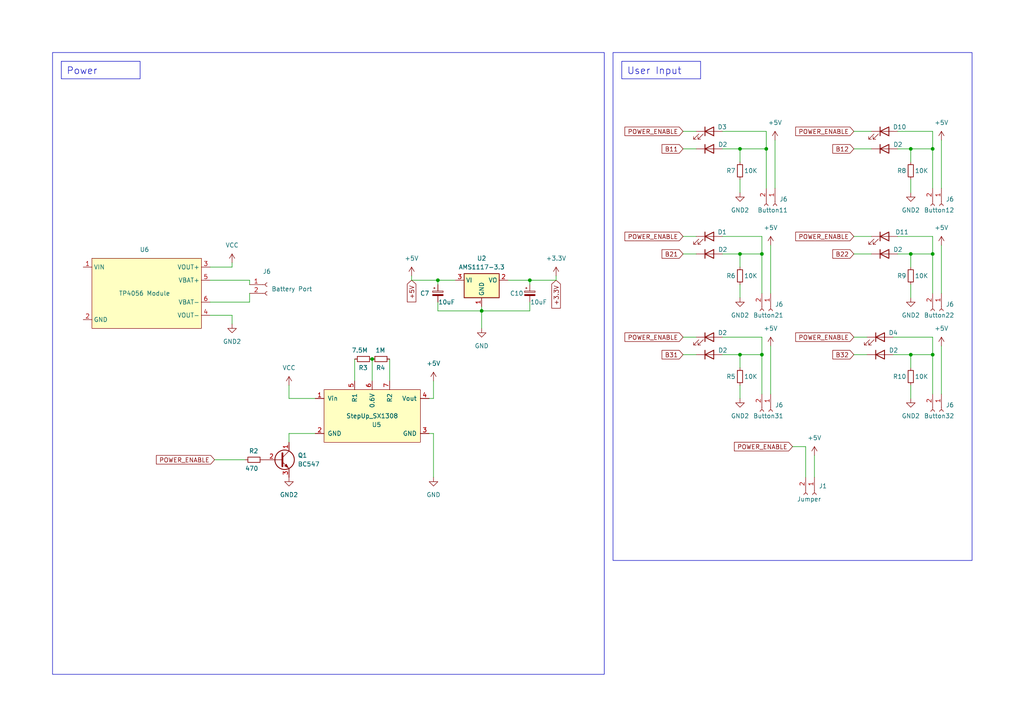
<source format=kicad_sch>
(kicad_sch (version 20230121) (generator eeschema)
  (paper "A4")
  (title_block (title "Power Management for Garage Remote") (date "2023-08-14") (rev "1.0.0") (company "Pablo Ortiz López") (comment 1 "Rechargeable, Li-Po battery based PSU with 2µA quiescient current") (comment 2 "ortizma.com"))
  (lib_symbols
    (symbol "00_Symbols:StepUp_SX1308" (pin_names (offset 1.016))
      (property "Reference" "U" (at 3.81 -7.62 0))
      (property "Value" "StepUp SX1308" (at 6.35 -5.08 0))
      (symbol "StepUp_SX1308_1_1"
        (rectangle (start -7.62 2.54) (end 20.32 -12.7) (fill (type background)))
        (pin power_in line (at -10.16 0 0) (length 2.54) (name "Vin") (number "1"))
        (pin power_in line (at -10.16 -10.16 0) (length 2.54) (name "GND") (number "2"))
        (pin power_in line (at 22.86 -10.16 180) (length 2.54) (name "GND") (number "3"))
        (pin power_out line (at 22.86 0 180) (length 2.54) (name "Vout") (number "4"))
        (pin output line (at 1.27 5.08 270) (length 2.54) (name "R1") (number "5"))
        (pin input line (at 6.35 5.08 270) (length 2.54) (name "0.6V") (number "6"))
        (pin output line (at 11.43 5.08 270) (length 2.54) (name "R2") (number "7"))
      )
    )
    (symbol "00_Symbols:TP4056_Module"
      (property "Reference" "U" (at -2.54 -1.27 0))
      (property "Value" "TP4056 Module" (at 0 -12.7 0))
      (symbol "TP4056_Module_1_1"
        (rectangle (start -15.24 -2.54) (end 16.51 -22.86) (fill (type background)))
        (pin input line (at -17.78 -5.08 0) (length 2.54) (name "VIN") (number "1"))
        (pin input line (at -17.78 -20.32 0) (length 2.54) (name "GND") (number "2"))
        (pin output line (at 19.05 -5.08 180) (length 2.54) (name "VOUT+") (number "3"))
        (pin output line (at 19.05 -19.05 180) (length 2.54) (name "VOUT-") (number "4"))
        (pin output line (at 19.05 -8.89 180) (length 2.54) (name "VBAT+") (number "5"))
        (pin output line (at 19.05 -15.24 180) (length 2.54) (name "VBAT-") (number "6"))
      )
    )
    (symbol "Connector:Conn_01x02_Socket" (pin_names (offset 1.016) hide)
      (property "Reference" "J" (at 0 2.54 0))
      (property "Value" "Conn_01x02_Socket" (at 0 -5.08 0))
      (symbol "Conn_01x02_Socket_1_1"
        (arc (start 0 -2.032) (mid -0.5058 -2.54) (end 0 -3.048) (stroke (width 0.1524)))
        (polyline (pts (xy -1.27 -2.54) (xy -0.508 -2.54)) (stroke (width 0.1524)))
        (polyline (pts (xy -1.27 0) (xy -0.508 0)) (stroke (width 0.1524)))
        (arc (start 0 0.508) (mid -0.5058 0) (end 0 -0.508) (stroke (width 0.1524)))
        (pin passive line (at -5.08 0 0) (length 3.81) (name "Pin_1") (number "1"))
        (pin passive line (at -5.08 -2.54 0) (length 3.81) (name "Pin_2") (number "2"))
      )
    )
    (symbol "Device:C_Polarized_Small" (pin_numbers hide) (pin_names (offset 0.254) hide)
      (property "Reference" "C" (at 0.254 1.778 0))
      (property "Value" "C_Polarized_Small" (at 0.254 -2.032 0))
      (symbol "C_Polarized_Small_0_1"
        (rectangle (start -1.524 -0.3048) (end 1.524 -0.6858) (fill (type outline)))
        (rectangle (start -1.524 0.6858) (end 1.524 0.3048))
        (polyline (pts (xy -1.27 1.524) (xy -0.762 1.524)))
        (polyline (pts (xy -1.016 1.27) (xy -1.016 1.778)))
      )
      (symbol "C_Polarized_Small_1_1"
        (pin passive line (at 0 2.54 270) (length 1.8542) (name "~") (number "1"))
        (pin passive line (at 0 -2.54 90) (length 1.8542) (name "~") (number "2"))
      )
    )
    (symbol "Device:LED" (pin_numbers hide) (pin_names (offset 1.016) hide)
      (property "Reference" "D" (at 0 2.54 0))
      (property "Value" "LED" (at 0 -2.54 0))
      (symbol "LED_0_1"
        (polyline (pts (xy -1.27 -1.27) (xy -1.27 1.27)) (stroke (width 0.254)))
        (polyline (pts (xy -1.27 0) (xy 1.27 0)))
        (polyline (pts (xy 1.27 -1.27) (xy 1.27 1.27) (xy -1.27 0) (xy 1.27 -1.27)) (stroke (width 0.254)))
        (polyline (pts (xy -3.048 -0.762) (xy -4.572 -2.286) (xy -3.81 -2.286) (xy -4.572 -2.286) (xy -4.572 -1.524)))
        (polyline (pts (xy -1.778 -0.762) (xy -3.302 -2.286) (xy -2.54 -2.286) (xy -3.302 -2.286) (xy -3.302 -1.524)))
      )
      (symbol "LED_1_1"
        (pin passive line (at -3.81 0 0) (length 2.54) (name "K") (number "1"))
        (pin passive line (at 3.81 0 180) (length 2.54) (name "A") (number "2"))
      )
    )
    (symbol "Device:R_Small" (pin_numbers hide) (pin_names (offset 0.254) hide)
      (property "Reference" "R" (at 0.762 0.508 0))
      (property "Value" "R_Small" (at 0.762 -1.016 0))
      (symbol "R_Small_0_1"
        (rectangle (start -0.762 1.778) (end 0.762 -1.778) (stroke (width 0.2032)))
      )
      (symbol "R_Small_1_1"
        (pin passive line (at 0 2.54 270) (length 0.762) (name "~") (number "1"))
        (pin passive line (at 0 -2.54 90) (length 0.762) (name "~") (number "2"))
      )
    )
    (symbol "Diode:1N4001" (pin_numbers hide) (pin_names hide)
      (property "Reference" "D" (at 0 2.54 0))
      (property "Value" "1N4001" (at 0 -2.54 0))
      (symbol "1N4001_0_1"
        (polyline (pts (xy -1.27 1.27) (xy -1.27 -1.27)) (stroke (width 0.254)))
        (polyline (pts (xy 1.27 0) (xy -1.27 0)))
        (polyline (pts (xy 1.27 1.27) (xy 1.27 -1.27) (xy -1.27 0) (xy 1.27 1.27)) (stroke (width 0.254)))
      )
      (symbol "1N4001_1_1"
        (pin passive line (at -3.81 0 0) (length 2.54) (name "K") (number "1"))
        (pin passive line (at 3.81 0 180) (length 2.54) (name "A") (number "2"))
      )
    )
    (symbol "Regulator_Linear:AMS1117-3.3"
      (property "Reference" "U" (at -3.81 3.175 0))
      (property "Value" "AMS1117-3.3" (at 0 3.175 0))
      (symbol "AMS1117-3.3_0_1"
        (rectangle (start -5.08 -5.08) (end 5.08 1.905) (stroke (width 0.254)) (fill (type background)))
      )
      (symbol "AMS1117-3.3_1_1"
        (pin power_in line (at 0 -7.62 90) (length 2.54) (name "GND") (number "1"))
        (pin power_out line (at 7.62 0 180) (length 2.54) (name "VO") (number "2"))
        (pin power_in line (at -7.62 0 0) (length 2.54) (name "VI") (number "3"))
      )
    )
    (symbol "Transistor_BJT:BC547" (pin_names (offset 0) hide)
      (property "Reference" "Q" (at 5.08 1.905 0))
      (property "Value" "BC547" (at 5.08 0 0))
      (symbol "BC547_0_1"
        (polyline (pts (xy 0 0) (xy 0.635 0)))
        (polyline (pts (xy 0.635 0.635) (xy 2.54 2.54)))
        (polyline (pts (xy 0.635 -0.635) (xy 2.54 -2.54) (xy 2.54 -2.54)))
        (polyline (pts (xy 0.635 1.905) (xy 0.635 -1.905) (xy 0.635 -1.905)) (stroke (width 0.508)))
        (polyline (pts (xy 1.27 -1.778) (xy 1.778 -1.27) (xy 2.286 -2.286) (xy 1.27 -1.778) (xy 1.27 -1.778)) (fill (type outline)))
        (circle (center 1.27 0) (radius 2.8194) (stroke (width 0.254)))
      )
      (symbol "BC547_1_1"
        (pin passive line (at 2.54 5.08 270) (length 2.54) (name "C") (number "1"))
        (pin input line (at -5.08 0 0) (length 5.08) (name "B") (number "2"))
        (pin passive line (at 2.54 -5.08 90) (length 2.54) (name "E") (number "3"))
      )
    )
    (symbol "power:+3.3V" (power) (pin_names (offset 0))
      (property "Value" "+3.3V" (at 0 3.556 0))
      (symbol "+3.3V_0_1"
        (polyline (pts (xy -0.762 1.27) (xy 0 2.54)))
        (polyline (pts (xy 0 0) (xy 0 2.54)))
        (polyline (pts (xy 0 2.54) (xy 0.762 1.27)))
      )
      (symbol "+3.3V_1_1"
        (pin power_in line (at 0 0 90) (length 0) hide (name "+3.3V") (number "1"))
      )
    )
    (symbol "power:+5V" (power) (pin_names (offset 0))
      (property "Value" "+5V" (at 0 3.556 0))
      (symbol "+5V_0_1"
        (polyline (pts (xy -0.762 1.27) (xy 0 2.54)))
        (polyline (pts (xy 0 0) (xy 0 2.54)))
        (polyline (pts (xy 0 2.54) (xy 0.762 1.27)))
      )
      (symbol "+5V_1_1"
        (pin power_in line (at 0 0 90) (length 0) hide (name "+5V") (number "1"))
      )
    )
    (symbol "power:GND" (power) (pin_names (offset 0))
      (property "Value" "GND" (at 0 -3.81 0))
      (symbol "GND_0_1"
        (polyline (pts (xy 0 0) (xy 0 -1.27) (xy 1.27 -1.27) (xy 0 -2.54) (xy -1.27 -1.27) (xy 0 -1.27)))
      )
      (symbol "GND_1_1"
        (pin power_in line (at 0 0 270) (length 0) hide (name "GND") (number "1"))
      )
    )
    (symbol "power:GND2" (power) (pin_names (offset 0))
      (property "Value" "GND2" (at 0 -3.81 0))
      (symbol "GND2_0_1"
        (polyline (pts (xy 0 0) (xy 0 -1.27) (xy 1.27 -1.27) (xy 0 -2.54) (xy -1.27 -1.27) (xy 0 -1.27)))
      )
      (symbol "GND2_1_1"
        (pin power_in line (at 0 0 270) (length 0) hide (name "GND2") (number "1"))
      )
    )
    (symbol "power:VCC" (power) (pin_names (offset 0))
      (property "Value" "VCC" (at 0 3.81 0))
      (symbol "VCC_0_1"
        (polyline (pts (xy -0.762 1.27) (xy 0 2.54)))
        (polyline (pts (xy 0 0) (xy 0 2.54)))
        (polyline (pts (xy 0 2.54) (xy 0.762 1.27)))
      )
      (symbol "VCC_1_1"
        (pin power_in line (at 0 0 90) (length 0) hide (name "VCC") (number "1"))
      )
    )
  )
  (junction (at 264.16 73.66))
  (junction (at 270.51 43.18))
  (junction (at 107.95 104.14))
  (junction (at 222.25 43.18))
  (junction (at 264.16 43.18))
  (junction (at 214.63 73.66))
  (junction (at 153.67 81.28))
  (junction (at 270.51 73.66))
  (junction (at 127 81.28))
  (junction (at 139.7 90.17))
  (junction (at 214.63 102.87))
  (junction (at 270.51 102.87))
  (junction (at 220.98 73.66))
  (junction (at 220.98 102.87))
  (junction (at 214.63 43.18))
  (junction (at 264.16 102.87))
  (wire (pts (xy 233.68 129.54) (xy 233.68 138.43)))
  (wire (pts (xy 214.63 43.18) (xy 222.25 43.18)))
  (wire (pts (xy 198.12 68.58) (xy 201.93 68.58)))
  (wire (pts (xy 273.05 100.33) (xy 273.05 114.3)))
  (wire (pts (xy 214.63 73.66) (xy 214.63 77.47)))
  (wire (pts (xy 209.55 43.18) (xy 214.63 43.18)))
  (wire (pts (xy 223.52 71.12) (xy 223.52 85.09)))
  (wire (pts (xy 72.39 87.63) (xy 72.39 85.09)))
  (wire (pts (xy 91.44 115.57) (xy 83.82 115.57)))
  (wire (pts (xy 270.51 97.79) (xy 259.08 97.79)))
  (wire (pts (xy 260.35 73.66) (xy 264.16 73.66)))
  (wire (pts (xy 214.63 102.87) (xy 220.98 102.87)))
  (wire (pts (xy 83.82 125.73) (xy 91.44 125.73)))
  (wire (pts (xy 153.67 81.28) (xy 147.32 81.28)))
  (wire (pts (xy 67.31 91.44) (xy 67.31 93.98)))
  (wire (pts (xy 247.65 38.1) (xy 252.73 38.1)))
  (wire (pts (xy 247.65 73.66) (xy 252.73 73.66)))
  (wire (pts (xy 209.55 102.87) (xy 214.63 102.87)))
  (wire (pts (xy 264.16 43.18) (xy 264.16 46.99)))
  (wire (pts (xy 102.87 104.14) (xy 102.87 110.49)))
  (wire (pts (xy 161.29 81.28) (xy 153.67 81.28)))
  (wire (pts (xy 247.65 43.18) (xy 252.73 43.18)))
  (wire (pts (xy 119.38 81.28) (xy 127 81.28)))
  (wire (pts (xy 223.52 100.33) (xy 223.52 114.3)))
  (wire (pts (xy 220.98 102.87) (xy 220.98 114.3)))
  (wire (pts (xy 220.98 97.79) (xy 209.55 97.79)))
  (wire (pts (xy 214.63 52.07) (xy 214.63 55.88)))
  (wire (pts (xy 127 81.28) (xy 132.08 81.28)))
  (wire (pts (xy 259.08 102.87) (xy 264.16 102.87)))
  (wire (pts (xy 198.12 97.79) (xy 201.93 97.79)))
  (wire (pts (xy 198.12 73.66) (xy 201.93 73.66)))
  (wire (pts (xy 127 87.63) (xy 127 90.17)))
  (wire (pts (xy 264.16 102.87) (xy 264.16 106.68)))
  (wire (pts (xy 273.05 71.12) (xy 273.05 85.09)))
  (wire (pts (xy 125.73 115.57) (xy 124.46 115.57)))
  (wire (pts (xy 270.51 97.79) (xy 270.51 102.87)))
  (wire (pts (xy 125.73 125.73) (xy 125.73 138.43)))
  (wire (pts (xy 214.63 102.87) (xy 214.63 106.68)))
  (wire (pts (xy 153.67 82.55) (xy 153.67 81.28)))
  (wire (pts (xy 161.29 80.01) (xy 161.29 81.28)))
  (wire (pts (xy 224.79 40.64) (xy 224.79 54.61)))
  (wire (pts (xy 222.25 38.1) (xy 209.55 38.1)))
  (wire (pts (xy 127 90.17) (xy 139.7 90.17)))
  (wire (pts (xy 220.98 68.58) (xy 209.55 68.58)))
  (wire (pts (xy 264.16 43.18) (xy 270.51 43.18)))
  (wire (pts (xy 209.55 73.66) (xy 214.63 73.66)))
  (wire (pts (xy 107.95 104.14) (xy 107.95 110.49)))
  (wire (pts (xy 198.12 102.87) (xy 201.93 102.87)))
  (wire (pts (xy 229.87 129.54) (xy 233.68 129.54)))
  (wire (pts (xy 270.51 73.66) (xy 270.51 85.09)))
  (wire (pts (xy 113.03 104.14) (xy 113.03 110.49)))
  (wire (pts (xy 214.63 111.76) (xy 214.63 115.57)))
  (wire (pts (xy 60.96 87.63) (xy 72.39 87.63)))
  (wire (pts (xy 119.38 80.01) (xy 119.38 81.28)))
  (wire (pts (xy 67.31 76.2) (xy 67.31 77.47)))
  (wire (pts (xy 247.65 102.87) (xy 251.46 102.87)))
  (wire (pts (xy 264.16 102.87) (xy 270.51 102.87)))
  (wire (pts (xy 247.65 97.79) (xy 251.46 97.79)))
  (wire (pts (xy 220.98 97.79) (xy 220.98 102.87)))
  (wire (pts (xy 270.51 68.58) (xy 260.35 68.58)))
  (wire (pts (xy 67.31 77.47) (xy 60.96 77.47)))
  (wire (pts (xy 139.7 88.9) (xy 139.7 90.17)))
  (wire (pts (xy 270.51 68.58) (xy 270.51 73.66)))
  (wire (pts (xy 273.05 40.64) (xy 273.05 54.61)))
  (wire (pts (xy 270.51 38.1) (xy 270.51 43.18)))
  (wire (pts (xy 220.98 73.66) (xy 220.98 85.09)))
  (wire (pts (xy 72.39 81.28) (xy 72.39 82.55)))
  (wire (pts (xy 220.98 68.58) (xy 220.98 73.66)))
  (wire (pts (xy 214.63 82.55) (xy 214.63 86.36)))
  (wire (pts (xy 270.51 38.1) (xy 260.35 38.1)))
  (wire (pts (xy 214.63 73.66) (xy 220.98 73.66)))
  (wire (pts (xy 127 82.55) (xy 127 81.28)))
  (wire (pts (xy 236.22 132.08) (xy 236.22 138.43)))
  (wire (pts (xy 214.63 43.18) (xy 214.63 46.99)))
  (wire (pts (xy 264.16 73.66) (xy 270.51 73.66)))
  (wire (pts (xy 264.16 82.55) (xy 264.16 86.36)))
  (wire (pts (xy 60.96 91.44) (xy 67.31 91.44)))
  (wire (pts (xy 198.12 38.1) (xy 201.93 38.1)))
  (wire (pts (xy 198.12 43.18) (xy 201.93 43.18)))
  (wire (pts (xy 62.23 133.35) (xy 71.12 133.35)))
  (wire (pts (xy 247.65 68.58) (xy 252.73 68.58)))
  (wire (pts (xy 83.82 115.57) (xy 83.82 111.76)))
  (wire (pts (xy 153.67 87.63) (xy 153.67 90.17)))
  (wire (pts (xy 60.96 81.28) (xy 72.39 81.28)))
  (wire (pts (xy 153.67 90.17) (xy 139.7 90.17)))
  (wire (pts (xy 264.16 111.76) (xy 264.16 115.57)))
  (wire (pts (xy 124.46 125.73) (xy 125.73 125.73)))
  (wire (pts (xy 222.25 38.1) (xy 222.25 43.18)))
  (wire (pts (xy 264.16 52.07) (xy 264.16 55.88)))
  (wire (pts (xy 139.7 90.17) (xy 139.7 95.25)))
  (wire (pts (xy 270.51 102.87) (xy 270.51 114.3)))
  (wire (pts (xy 264.16 73.66) (xy 264.16 77.47)))
  (wire (pts (xy 125.73 110.49) (xy 125.73 115.57)))
  (wire (pts (xy 260.35 43.18) (xy 264.16 43.18)))
  (wire (pts (xy 270.51 43.18) (xy 270.51 54.61)))
  (wire (pts (xy 222.25 43.18) (xy 222.25 54.61)))
  (wire (pts (xy 83.82 125.73) (xy 83.82 128.27)))
  (rectangle (start 15.24 15.24) (end 175.26 195.58))
  (rectangle (start 177.8 15.24) (end 281.94 162.56))
  (text_box "User Input" (at 180.34 17.78 0) (size 22.86 5.08) (effects (font (size 2 2)) (justify left top)))
  (text_box "Power" (at 17.78 17.78 0) (size 22.86 5.08) (effects (font (size 2 2)) (justify left top)))
  (global_label "B32" (shape input) (at 247.65 102.87 180) (property "Intersheetrefs" "${INTERSHEET_REFS}" (effects hide)))
  (global_label "B31" (shape input) (at 198.12 102.87 180) (property "Intersheetrefs" "${INTERSHEET_REFS}" (effects hide)))
  (global_label "POWER_ENABLE" (shape input) (at 247.65 68.58 180) (property "Intersheetrefs" "${INTERSHEET_REFS}" (effects hide)))
  (global_label "+5V" (shape input) (at 119.38 81.28 270) (property "Intersheetrefs" "${INTERSHEET_REFS}" (effects hide)))
  (global_label "B21" (shape input) (at 198.12 73.66 180) (property "Intersheetrefs" "${INTERSHEET_REFS}" (effects hide)))
  (global_label "POWER_ENABLE" (shape input) (at 247.65 97.79 180) (property "Intersheetrefs" "${INTERSHEET_REFS}" (effects hide)))
  (global_label "POWER_ENABLE" (shape input) (at 62.23 133.35 180) (property "Intersheetrefs" "${INTERSHEET_REFS}" (effects hide)))
  (global_label "POWER_ENABLE" (shape input) (at 198.12 38.1 180) (property "Intersheetrefs" "${INTERSHEET_REFS}" (effects hide)))
  (global_label "B22" (shape input) (at 247.65 73.66 180) (property "Intersheetrefs" "${INTERSHEET_REFS}" (effects hide)))
  (global_label "+3.3V" (shape input) (at 161.29 81.28 270) (property "Intersheetrefs" "${INTERSHEET_REFS}" (effects hide)))
  (global_label "POWER_ENABLE" (shape input) (at 198.12 97.79 180) (property "Intersheetrefs" "${INTERSHEET_REFS}" (effects hide)))
  (global_label "B12" (shape input) (at 247.65 43.18 180) (property "Intersheetrefs" "${INTERSHEET_REFS}" (effects hide)))
  (global_label "POWER_ENABLE" (shape input) (at 229.87 129.54 180) (property "Intersheetrefs" "${INTERSHEET_REFS}" (effects hide)))
  (global_label "POWER_ENABLE" (shape input) (at 198.12 68.58 180) (property "Intersheetrefs" "${INTERSHEET_REFS}" (effects hide)))
  (global_label "POWER_ENABLE" (shape input) (at 247.65 38.1 180) (property "Intersheetrefs" "${INTERSHEET_REFS}" (effects hide)))
  (global_label "B11" (shape input) (at 198.12 43.18 180) (property "Intersheetrefs" "${INTERSHEET_REFS}" (effects hide)))
  (symbol (lib_id "power:+5V") (at 236.22 132.08 0) (unit 1)
    (property "Reference" "#PWR03" (effects hide))
    (property "Value" "+5V" (at 236.22 127 0))
    (instances (project "garage_remote" (path "" (reference "#PWR03") (unit 1)) (path "" (reference "#PWR053") (unit 1))))
  )
  (symbol (lib_id "power:GND2") (at 83.82 138.43 0) (unit 1)
    (property "Reference" "#PWR056" (effects hide))
    (property "Value" "GND2" (at 83.82 143.51 0))
  )
  (symbol (lib_id "Device:C_Polarized_Small") (at 153.67 85.09 0) (unit 1)
    (property "Reference" "C10" (at 149.86 85.09 0))
    (property "Value" "10uF" (at 156.21 87.63 0))
    (property "Footprint" "Capacitor_SMD:CP_Elec_6.3x4.9" (effects hide))
    (instances (project "garage_remote" (path "" (reference "C10") (unit 1)) (path "" (reference "C23") (unit 1))))
  )
  (symbol (lib_id "power:+5V") (at 273.05 71.12 0) (unit 1)
    (property "Reference" "#PWR017" (effects hide))
    (property "Value" "+5V" (at 273.05 66.04 0))
    (instances (project "garage_remote" (path "" (reference "#PWR017") (unit 1)) (path "" (reference "#PWR052") (unit 1))))
  )
  (symbol (lib_id "Connector:Conn_01x02_Socket") (at 273.05 119.38 270) (unit 1)
    (property "Reference" "J6" (at 274.32 117.475 90) (effects (justify left)))
    (property "Value" "Button32" (at 267.97 120.65 90) (effects (justify left)))
    (property "Footprint" "AA_Footprints:4.5mm switch" (effects hide))
    (instances (project "garage_remote" (path "" (reference "J6") (unit 1)) (path "" (reference "J7") (unit 1))))
  )
  (symbol (lib_id "Device:LED") (at 205.74 97.79 0) (unit 1)
    (property "Reference" "D2" (at 209.55 96.52 0))
    (property "Value" "LED" (effects hide))
    (property "Footprint" "LED_SMD:LED_1206_3216Metric_Pad1.42x1.75mm_HandSolder" (effects hide))
  )
  (symbol (lib_id "Diode:1N4001") (at 205.74 73.66 0) (unit 1)
    (property "Reference" "D2" (at 208.28 72.39 0) (effects (justify left)))
    (property "Value" "1N4001" (effects hide))
    (property "Footprint" "Diode_SMD:D_SMA_Handsoldering" (effects hide))
    (property "Datasheet" "http://www.vishay.com/docs/88503/1n4001.pdf" (effects hide))
    (property "Sim.Device" "D" (effects hide))
    (property "Sim.Pins" "1=K 2=A" (effects hide))
    (instances (project "garage_remote" (path "" (reference "D2") (unit 1)) (path "" (reference "D5") (unit 1))))
  )
  (symbol (lib_id "power:GND2") (at 264.16 55.88 0) (unit 1)
    (property "Reference" "#PWR048" (effects hide))
    (property "Value" "GND2" (at 264.16 60.96 0))
  )
  (symbol (lib_id "Diode:1N4001") (at 205.74 43.18 0) (unit 1)
    (property "Reference" "D2" (at 208.28 41.91 0) (effects (justify left)))
    (property "Value" "1N4001" (effects hide))
    (property "Footprint" "Diode_SMD:D_SMA_Handsoldering" (effects hide))
    (property "Datasheet" "http://www.vishay.com/docs/88503/1n4001.pdf" (effects hide))
    (property "Sim.Device" "D" (effects hide))
    (property "Sim.Pins" "1=K 2=A" (effects hide))
    (instances (project "garage_remote" (path "" (reference "D2") (unit 1)) (path "" (reference "D9") (unit 1))))
  )
  (symbol (lib_id "power:+5V") (at 273.05 100.33 0) (unit 1)
    (property "Reference" "#PWR017" (effects hide))
    (property "Value" "+5V" (at 273.05 95.25 0))
    (instances (project "garage_remote" (path "" (reference "#PWR017") (unit 1)) (path "" (reference "#PWR060") (unit 1))))
  )
  (symbol (lib_id "Diode:1N4001") (at 205.74 102.87 0) (unit 1)
    (property "Reference" "D2" (at 208.28 101.6 0) (effects (justify left)))
    (property "Value" "1N4001" (effects hide))
    (property "Footprint" "Diode_SMD:D_SMA_Handsoldering" (effects hide))
    (property "Datasheet" "http://www.vishay.com/docs/88503/1n4001.pdf" (effects hide))
    (property "Sim.Device" "D" (effects hide))
    (property "Sim.Pins" "1=K 2=A" (effects hide))
    (instances (project "garage_remote" (path "" (reference "D2") (unit 1)) (path "" (reference "D7") (unit 1))))
  )
  (symbol (lib_id "Diode:1N4001") (at 256.54 73.66 0) (unit 1)
    (property "Reference" "D2" (at 259.08 72.39 0) (effects (justify left)))
    (property "Value" "1N4001" (effects hide))
    (property "Footprint" "Diode_SMD:D_SMA_Handsoldering" (effects hide))
    (property "Datasheet" "http://www.vishay.com/docs/88503/1n4001.pdf" (effects hide))
    (property "Sim.Device" "D" (effects hide))
    (property "Sim.Pins" "1=K 2=A" (effects hide))
    (instances (project "garage_remote" (path "" (reference "D2") (unit 1)) (path "" (reference "D15") (unit 1))))
  )
  (symbol (lib_id "power:GND") (at 125.73 138.43 0) (unit 1)
    (property "Reference" "#PWR08" (effects hide))
    (property "Value" "GND" (at 125.73 143.51 0))
    (instances (project "garage_remote" (path "" (reference "#PWR08") (unit 1)) (path "" (reference "#PWR055") (unit 1))))
  )
  (symbol (lib_id "Connector:Conn_01x02_Socket") (at 273.05 90.17 270) (unit 1)
    (property "Reference" "J6" (at 274.32 88.265 90) (effects (justify left)))
    (property "Value" "Button22" (at 267.97 91.44 90) (effects (justify left)))
    (property "Footprint" "AA_Footprints:4.5mm switch" (effects hide))
    (instances (project "garage_remote" (path "" (reference "J6") (unit 1)) (path "" (reference "J9") (unit 1))))
  )
  (symbol (lib_id "power:GND2") (at 264.16 115.57 0) (unit 1)
    (property "Reference" "#PWR050" (effects hide))
    (property "Value" "GND2" (at 264.16 120.65 0))
  )
  (symbol (lib_id "Diode:1N4001") (at 255.27 102.87 0) (unit 1)
    (property "Reference" "D2" (at 257.81 101.6 0) (effects (justify left)))
    (property "Value" "1N4001" (effects hide))
    (property "Footprint" "Diode_SMD:D_SMA_Handsoldering" (effects hide))
    (property "Datasheet" "http://www.vishay.com/docs/88503/1n4001.pdf" (effects hide))
    (property "Sim.Device" "D" (effects hide))
    (property "Sim.Pins" "1=K 2=A" (effects hide))
    (instances (project "garage_remote" (path "" (reference "D2") (unit 1)) (path "" (reference "D6") (unit 1))))
  )
  (symbol (lib_id "Connector:Conn_01x02_Socket") (at 273.05 59.69 270) (unit 1)
    (property "Reference" "J6" (at 274.32 57.785 90) (effects (justify left)))
    (property "Value" "Button12" (at 267.97 60.96 90) (effects (justify left)))
    (property "Footprint" "AA_Footprints:4.5mm switch" (effects hide))
    (instances (project "garage_remote" (path "" (reference "J6") (unit 1)) (path "" (reference "J8") (unit 1))))
  )
  (symbol (lib_id "power:+5V") (at 223.52 71.12 0) (unit 1)
    (property "Reference" "#PWR017" (effects hide))
    (property "Value" "+5V" (at 223.52 66.04 0))
    (instances (project "garage_remote" (path "" (reference "#PWR017") (unit 1)) (path "" (reference "#PWR045") (unit 1))))
  )
  (symbol (lib_id "Device:R_Small") (at 214.63 49.53 180) (unit 1)
    (property "Reference" "R7" (at 213.36 49.53 0) (effects (justify left)))
    (property "Value" "10K" (at 219.71 49.53 0) (effects (justify left)))
    (property "Footprint" "Resistor_SMD:R_1206_3216Metric_Pad1.30x1.75mm_HandSolder" (effects hide))
  )
  (symbol (lib_id "Device:LED") (at 256.54 38.1 0) (unit 1)
    (property "Reference" "D10" (at 262.89 36.83 0) (effects (justify right)))
    (property "Value" "LED" (effects hide))
    (property "Footprint" "LED_SMD:LED_1206_3216Metric_Pad1.42x1.75mm_HandSolder" (effects hide))
  )
  (symbol (lib_id "power:GND") (at 139.7 95.25 0) (unit 1)
    (property "Reference" "#PWR08" (effects hide))
    (property "Value" "GND" (at 139.7 100.33 0))
    (instances (project "garage_remote" (path "" (reference "#PWR08") (unit 1)) (path "" (reference "#PWR038") (unit 1))))
  )
  (symbol (lib_id "power:GND2") (at 214.63 115.57 0) (unit 1)
    (property "Reference" "#PWR042" (effects hide))
    (property "Value" "GND2" (at 214.63 120.65 0))
  )
  (symbol (lib_id "power:VCC") (at 83.82 111.76 0) (unit 1)
    (property "Reference" "#PWR057" (effects hide))
    (property "Value" "VCC" (at 83.82 106.68 0))
  )
  (symbol (lib_id "00_Symbols:StepUp_SX1308") (at 101.6 115.57 0) (unit 1)
    (property "Reference" "U5" (at 109.22 123.19 0))
    (property "Value" "StepUp_SX1308" (at 107.95 120.65 0))
    (property "Footprint" "AA_Footprints:StepUp_SX1308" (effects hide))
  )
  (symbol (lib_id "power:+5V") (at 125.73 110.49 0) (unit 1)
    (property "Reference" "#PWR02" (effects hide))
    (property "Value" "+5V" (at 125.73 105.41 0))
    (instances (project "garage_remote" (path "" (reference "#PWR02") (unit 1)) (path "" (reference "#PWR054") (unit 1))))
  )
  (symbol (lib_id "Device:R_Small") (at 214.63 109.22 180) (unit 1)
    (property "Reference" "R5" (at 213.36 109.22 0) (effects (justify left)))
    (property "Value" "10K" (at 219.71 109.22 0) (effects (justify left)))
    (property "Footprint" "Resistor_SMD:R_1206_3216Metric_Pad1.30x1.75mm_HandSolder" (effects hide))
  )
  (symbol (lib_id "00_Symbols:TP4056_Module") (at 41.91 72.39 0) (unit 1)
    (property "Reference" "U6" (at 41.91 72.39 0))
    (property "Value" "TP4056 Module" (at 41.91 85.09 0))
    (property "Footprint" "AA_Footprints:TP4056-Module" (effects hide))
  )
  (symbol (lib_id "power:+5V") (at 273.05 40.64 0) (unit 1)
    (property "Reference" "#PWR017" (effects hide))
    (property "Value" "+5V" (at 273.05 35.56 0))
    (instances (project "garage_remote" (path "" (reference "#PWR017") (unit 1)) (path "" (reference "#PWR051") (unit 1))))
  )
  (symbol (lib_id "power:+3.3V") (at 161.29 80.01 0) (unit 1)
    (property "Reference" "#PWR012" (effects hide))
    (property "Value" "+3.3V" (at 161.29 74.93 0))
    (instances (project "garage_remote" (path "" (reference "#PWR012") (unit 1)) (path "" (reference "#PWR041") (unit 1))))
  )
  (symbol (lib_id "Device:LED") (at 205.74 68.58 0) (unit 1)
    (property "Reference" "D1" (at 210.82 67.31 0) (effects (justify right)))
    (property "Value" "LED" (effects hide))
    (property "Footprint" "LED_SMD:LED_1206_3216Metric_Pad1.42x1.75mm_HandSolder" (effects hide))
  )
  (symbol (lib_id "power:+5V") (at 224.79 40.64 0) (unit 1)
    (property "Reference" "#PWR017" (effects hide))
    (property "Value" "+5V" (at 224.79 35.56 0))
    (instances (project "garage_remote" (path "" (reference "#PWR017") (unit 1)) (path "" (reference "#PWR047") (unit 1))))
  )
  (symbol (lib_id "power:+5V") (at 223.52 100.33 0) (unit 1)
    (property "Reference" "#PWR017" (effects hide))
    (property "Value" "+5V" (at 223.52 95.25 0))
    (instances (project "garage_remote" (path "" (reference "#PWR017") (unit 1)) (path "" (reference "#PWR046") (unit 1))))
  )
  (symbol (lib_id "power:+5V") (at 119.38 80.01 0) (unit 1)
    (property "Reference" "#PWR02" (effects hide))
    (property "Value" "+5V" (at 119.38 74.93 0))
    (instances (project "garage_remote" (path "" (reference "#PWR02") (unit 1)) (path "" (reference "#PWR035") (unit 1))))
  )
  (symbol (lib_id "power:VCC") (at 67.31 76.2 0) (unit 1)
    (property "Reference" "#PWR058" (effects hide))
    (property "Value" "VCC" (at 67.31 71.12 0))
  )
  (symbol (lib_id "Device:R_Small") (at 105.41 104.14 90) (unit 1)
    (property "Reference" "R3" (at 106.68 106.68 90) (effects (justify left)))
    (property "Value" "7.5M" (at 106.68 101.6 90) (effects (justify left)))
    (property "Footprint" "Resistor_SMD:R_0805_2012Metric_Pad1.20x1.40mm_HandSolder" (effects hide))
  )
  (symbol (lib_id "Device:R_Small") (at 214.63 80.01 180) (unit 1)
    (property "Reference" "R6" (at 213.36 80.01 0) (effects (justify left)))
    (property "Value" "10K" (at 219.71 80.01 0) (effects (justify left)))
    (property "Footprint" "Resistor_SMD:R_1206_3216Metric_Pad1.30x1.75mm_HandSolder" (effects hide))
  )
  (symbol (lib_id "Connector:Conn_01x02_Socket") (at 77.47 82.55 0) (unit 1)
    (property "Reference" "J6" (at 76.2 78.74 0) (effects (justify left)))
    (property "Value" "Battery Port" (at 78.74 83.82 0) (effects (justify left)))
    (property "Footprint" "Connector_JST:JST_PH_B2B-PH-K_1x02_P2.00mm_Vertical" (effects hide))
    (instances (project "garage_remote" (path "" (reference "J6") (unit 1)) (path "" (reference "J11") (unit 1))))
  )
  (symbol (lib_id "power:GND2") (at 264.16 86.36 0) (unit 1)
    (property "Reference" "#PWR049" (effects hide))
    (property "Value" "GND2" (at 264.16 91.44 0))
  )
  (symbol (lib_id "power:GND2") (at 214.63 86.36 0) (unit 1)
    (property "Reference" "#PWR043" (effects hide))
    (property "Value" "GND2" (at 214.63 91.44 0))
  )
  (symbol (lib_id "power:GND2") (at 67.31 93.98 0) (unit 1)
    (property "Reference" "#PWR059" (effects hide))
    (property "Value" "GND2" (at 67.31 99.06 0))
  )
  (symbol (lib_id "power:GND2") (at 214.63 55.88 0) (unit 1)
    (property "Reference" "#PWR044" (effects hide))
    (property "Value" "GND2" (at 214.63 60.96 0))
  )
  (symbol (lib_id "Device:R_Small") (at 264.16 49.53 180) (unit 1)
    (property "Reference" "R8" (at 262.89 49.53 0) (effects (justify left)))
    (property "Value" "10K" (at 269.24 49.53 0) (effects (justify left)))
    (property "Footprint" "Resistor_SMD:R_1206_3216Metric_Pad1.30x1.75mm_HandSolder" (effects hide))
  )
  (symbol (lib_id "Device:R_Small") (at 264.16 109.22 180) (unit 1)
    (property "Reference" "R10" (at 262.89 109.22 0) (effects (justify left)))
    (property "Value" "10K" (at 269.24 109.22 0) (effects (justify left)))
    (property "Footprint" "Resistor_SMD:R_1206_3216Metric_Pad1.30x1.75mm_HandSolder" (effects hide))
  )
  (symbol (lib_id "Device:C_Polarized_Small") (at 127 85.09 0) (unit 1)
    (property "Reference" "C7" (at 123.19 85.09 0))
    (property "Value" "10uF" (at 129.54 87.63 0))
    (property "Footprint" "Capacitor_SMD:CP_Elec_6.3x4.9" (effects hide))
    (instances (project "garage_remote" (path "" (reference "C7") (unit 1)) (path "" (reference "C22") (unit 1))))
  )
  (symbol (lib_id "Device:LED") (at 255.27 97.79 0) (unit 1)
    (property "Reference" "D4" (at 259.08 96.52 0))
    (property "Value" "LED" (effects hide))
    (property "Footprint" "LED_SMD:LED_1206_3216Metric_Pad1.42x1.75mm_HandSolder" (effects hide))
  )
  (symbol (lib_id "Transistor_BJT:BC547") (at 81.28 133.35 0) (unit 1)
    (property "Reference" "Q1" (at 86.36 132.08 0) (effects (justify left)))
    (property "Value" "BC547" (at 86.36 134.62 0) (effects (justify left)))
    (property "Footprint" "AA_Footprints:SOT-23-3-BC" (effects hide))
    (property "Datasheet" "https://www.onsemi.com/pub/Collateral/BC550-D.pdf" (effects hide))
  )
  (symbol (lib_id "Device:LED") (at 205.74 38.1 0) (unit 1)
    (property "Reference" "D3" (at 210.82 36.83 0) (effects (justify right)))
    (property "Value" "LED" (effects hide))
    (property "Footprint" "LED_SMD:LED_1206_3216Metric_Pad1.42x1.75mm_HandSolder" (effects hide))
  )
  (symbol (lib_id "Device:LED") (at 256.54 68.58 0) (unit 1)
    (property "Reference" "D11" (at 261.62 67.31 0))
    (property "Value" "LED" (effects hide))
    (property "Footprint" "LED_SMD:LED_1206_3216Metric_Pad1.42x1.75mm_HandSolder" (effects hide))
  )
  (symbol (lib_id "Connector:Conn_01x02_Socket") (at 223.52 90.17 270) (unit 1)
    (property "Reference" "J6" (at 224.79 88.265 90) (effects (justify left)))
    (property "Value" "Button21" (at 218.44 91.44 90) (effects (justify left)))
    (property "Footprint" "AA_Footprints:4.5mm switch" (effects hide))
    (instances (project "garage_remote" (path "" (reference "J6") (unit 1)) (path "" (reference "J4") (unit 1))))
  )
  (symbol (lib_id "Device:R_Small") (at 264.16 80.01 180) (unit 1)
    (property "Reference" "R9" (at 262.89 80.01 0) (effects (justify left)))
    (property "Value" "10K" (at 269.24 80.01 0) (effects (justify left)))
    (property "Footprint" "Resistor_SMD:R_1206_3216Metric_Pad1.30x1.75mm_HandSolder" (effects hide))
  )
  (symbol (lib_id "Diode:1N4001") (at 256.54 43.18 0) (unit 1)
    (property "Reference" "D2" (at 259.08 41.91 0) (effects (justify left)))
    (property "Value" "1N4001" (effects hide))
    (property "Footprint" "Diode_SMD:D_SMA_Handsoldering" (effects hide))
    (property "Datasheet" "http://www.vishay.com/docs/88503/1n4001.pdf" (effects hide))
    (property "Sim.Device" "D" (effects hide))
    (property "Sim.Pins" "1=K 2=A" (effects hide))
    (instances (project "garage_remote" (path "" (reference "D2") (unit 1)) (path "" (reference "D13") (unit 1))))
  )
  (symbol (lib_id "Connector:Conn_01x02_Socket") (at 224.79 59.69 270) (unit 1)
    (property "Reference" "J6" (at 226.06 57.785 90) (effects (justify left)))
    (property "Value" "Button11" (at 219.71 60.96 90) (effects (justify left)))
    (property "Footprint" "AA_Footprints:4.5mm switch" (effects hide))
  )
  (symbol (lib_id "Regulator_Linear:AMS1117-3.3") (at 139.7 81.28 0) (unit 1)
    (property "Reference" "U2" (at 139.7 74.93 0))
    (property "Value" "AMS1117-3.3" (at 139.7 77.47 0))
    (property "Footprint" "Package_TO_SOT_SMD:SOT-223-3_TabPin2" (effects hide))
    (property "Datasheet" "http://www.advanced-monolithic.com/pdf/ds1117.pdf" (effects hide))
    (instances (project "garage_remote" (path "" (reference "U2") (unit 1)) (path "" (reference "U4") (unit 1))))
  )
  (symbol (lib_id "Connector:Conn_01x02_Socket") (at 223.52 119.38 270) (unit 1)
    (property "Reference" "J6" (at 224.79 117.475 90) (effects (justify left)))
    (property "Value" "Button31" (at 218.44 120.65 90) (effects (justify left)))
    (property "Footprint" "AA_Footprints:4.5mm switch" (effects hide))
    (instances (project "garage_remote" (path "" (reference "J6") (unit 1)) (path "" (reference "J5") (unit 1))))
  )
  (symbol (lib_id "Device:R_Small") (at 110.49 104.14 90) (unit 1)
    (property "Reference" "R4" (at 111.76 106.68 90) (effects (justify left)))
    (property "Value" "1M" (at 111.76 101.6 90) (effects (justify left)))
    (property "Footprint" "Resistor_SMD:R_0805_2012Metric_Pad1.20x1.40mm_HandSolder" (effects hide))
  )
  (symbol (lib_id "Device:R_Small") (at 73.66 133.35 90) (unit 1)
    (property "Reference" "R2" (at 74.93 130.81 90) (effects (justify left)))
    (property "Value" "470" (at 74.93 135.89 90) (effects (justify left)))
    (property "Footprint" "Resistor_SMD:R_1206_3216Metric_Pad1.30x1.75mm_HandSolder" (effects hide))
  )
  (symbol (lib_id "Connector:Conn_01x02_Socket") (at 236.22 143.51 270) (unit 1)
    (property "Reference" "J1" (at 237.49 140.97 90) (effects (justify left)))
    (property "Value" "Jumper" (at 231.14 144.78 90) (effects (justify left)))
    (property "Footprint" "AA_Footprints:2.54mm Jumper" (effects hide))
    (instances (project "garage_remote" (path "" (reference "J1") (unit 1)) (path "" (reference "J10") (unit 1))))
  )
)
</source>
